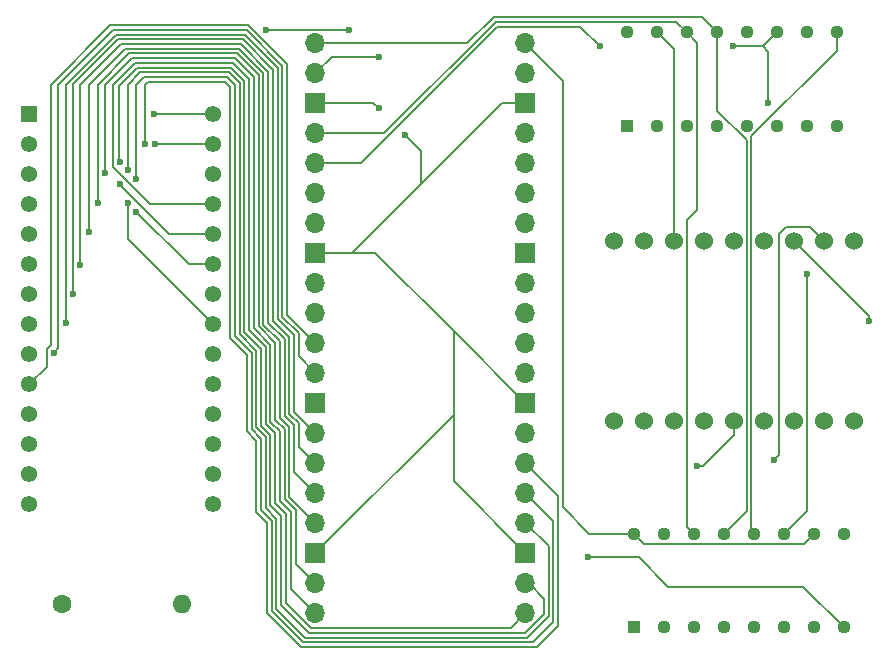
<source format=gbr>
%TF.GenerationSoftware,KiCad,Pcbnew,8.0.0*%
%TF.CreationDate,2025-01-03T13:29:39-06:00*%
%TF.ProjectId,TheGoldfish,54686547-6f6c-4646-9669-73682e6b6963,1*%
%TF.SameCoordinates,Original*%
%TF.FileFunction,Copper,L2,Bot*%
%TF.FilePolarity,Positive*%
%FSLAX46Y46*%
G04 Gerber Fmt 4.6, Leading zero omitted, Abs format (unit mm)*
G04 Created by KiCad (PCBNEW 8.0.0) date 2025-01-03 13:29:39*
%MOMM*%
%LPD*%
G01*
G04 APERTURE LIST*
%TA.AperFunction,ComponentPad*%
%ADD10C,1.600000*%
%TD*%
%TA.AperFunction,ComponentPad*%
%ADD11O,1.600000X1.600000*%
%TD*%
%TA.AperFunction,ComponentPad*%
%ADD12R,1.130000X1.130000*%
%TD*%
%TA.AperFunction,ComponentPad*%
%ADD13C,1.130000*%
%TD*%
%TA.AperFunction,ComponentPad*%
%ADD14R,1.378000X1.378000*%
%TD*%
%TA.AperFunction,ComponentPad*%
%ADD15C,1.378000*%
%TD*%
%TA.AperFunction,ComponentPad*%
%ADD16O,1.700000X1.700000*%
%TD*%
%TA.AperFunction,ComponentPad*%
%ADD17R,1.700000X1.700000*%
%TD*%
%TA.AperFunction,ComponentPad*%
%ADD18C,1.524000*%
%TD*%
%TA.AperFunction,ViaPad*%
%ADD19C,0.600000*%
%TD*%
%TA.AperFunction,Conductor*%
%ADD20C,0.200000*%
%TD*%
G04 APERTURE END LIST*
D10*
%TO.P,R1,1*%
%TO.N,Net-(Dual-7-Seg1-GND_{1})*%
X80670000Y-99250000D03*
D11*
%TO.P,R1,2*%
%TO.N,Net-(U2-GND)*%
X90830000Y-99250000D03*
%TD*%
D12*
%TO.P,U3,1,QB*%
%TO.N,Net-(Dual-7-Seg1-B_{1})*%
X128550000Y-58757500D03*
D13*
%TO.P,U3,2,QC*%
%TO.N,Net-(Dual-7-Seg1-C_{1})*%
X131090000Y-58757500D03*
%TO.P,U3,3,QD*%
%TO.N,Net-(Dual-7-Seg1-D_{1})*%
X133630000Y-58757500D03*
%TO.P,U3,4,QE*%
%TO.N,Net-(Dual-7-Seg1-E_{1})*%
X136170000Y-58757500D03*
%TO.P,U3,5,QF*%
%TO.N,Net-(Dual-7-Seg1-F_{1})*%
X138710000Y-58757500D03*
%TO.P,U3,6,QG*%
%TO.N,Net-(Dual-7-Seg1-G_{1})*%
X141250000Y-58757500D03*
%TO.P,U3,7,QH*%
%TO.N,Net-(Dual-7-Seg1-DP_{1})*%
X143790000Y-58757500D03*
%TO.P,U3,8,GND*%
%TO.N,Net-(U2-GND)*%
X146330000Y-58757500D03*
%TO.P,U3,9,QH'*%
%TO.N,Net-(U3-QH')*%
X146330000Y-50817500D03*
%TO.P,U3,10,~{SRCLR}*%
%TO.N,Net-(U1-VBUS)*%
X143790000Y-50817500D03*
%TO.P,U3,11,SRCLK*%
%TO.N,/DATA3*%
X141250000Y-50817500D03*
%TO.P,U3,12,RCLK*%
%TO.N,/DATA1*%
X138710000Y-50817500D03*
%TO.P,U3,13,~{OE}*%
%TO.N,/DATA0*%
X136170000Y-50817500D03*
%TO.P,U3,14,SER*%
%TO.N,/DATA2*%
X133630000Y-50817500D03*
%TO.P,U3,15,QA*%
%TO.N,Net-(Dual-7-Seg1-A_{1})*%
X131090000Y-50817500D03*
%TO.P,U3,16,VCC*%
%TO.N,Net-(U1-VBUS)*%
X128550000Y-50817500D03*
%TD*%
D14*
%TO.P,U2,1*%
%TO.N,N/C*%
X77942500Y-57740000D03*
D15*
%TO.P,U2,2,A12*%
%TO.N,/A12*%
X77942500Y-60280000D03*
%TO.P,U2,3,A7*%
%TO.N,/A7*%
X77942500Y-62820000D03*
%TO.P,U2,4,A6*%
%TO.N,/A6*%
X77942500Y-65360000D03*
%TO.P,U2,5,A5*%
%TO.N,/A5*%
X77942500Y-67900000D03*
%TO.P,U2,6,A4*%
%TO.N,/A4*%
X77942500Y-70440000D03*
%TO.P,U2,7,A3*%
%TO.N,/A3*%
X77942500Y-72980000D03*
%TO.P,U2,8,A2*%
%TO.N,/A2*%
X77942500Y-75520000D03*
%TO.P,U2,9,A1*%
%TO.N,/A1*%
X77942500Y-78060000D03*
%TO.P,U2,10,A0*%
%TO.N,/A0*%
X77942500Y-80600000D03*
%TO.P,U2,11,I/O0*%
%TO.N,/DATA0*%
X77942500Y-83140000D03*
%TO.P,U2,12,I/O1*%
%TO.N,/DATA1*%
X77942500Y-85680000D03*
%TO.P,U2,13,I/O2*%
%TO.N,/DATA2*%
X77942500Y-88220000D03*
%TO.P,U2,14,GND*%
%TO.N,Net-(U2-GND)*%
X77942500Y-90760000D03*
%TO.P,U2,15,I/O3*%
%TO.N,/DATA3*%
X93500000Y-90760000D03*
%TO.P,U2,16,I/O4*%
%TO.N,/DATA4*%
X93500000Y-88220000D03*
%TO.P,U2,17,I/O5*%
%TO.N,/DATA5*%
X93500000Y-85680000D03*
%TO.P,U2,18,I/O6*%
%TO.N,/DATA6*%
X93500000Y-83140000D03*
%TO.P,U2,19,I/O7*%
%TO.N,/DATA7*%
X93500000Y-80600000D03*
%TO.P,U2,20,~{CE}*%
%TO.N,Net-(U1-GPIO21)*%
X93500000Y-78060000D03*
%TO.P,U2,21,A10*%
%TO.N,/A10*%
X93500000Y-75520000D03*
%TO.P,U2,22,~{OE}*%
%TO.N,Net-(U1-GPIO22)*%
X93500000Y-72980000D03*
%TO.P,U2,23,A11*%
%TO.N,/A11*%
X93500000Y-70440000D03*
%TO.P,U2,24,A9*%
%TO.N,/A9*%
X93500000Y-67900000D03*
%TO.P,U2,25,A8*%
%TO.N,/A8*%
X93500000Y-65360000D03*
%TO.P,U2,26*%
%TO.N,N/C*%
X93500000Y-62820000D03*
%TO.P,U2,27,~{WE}*%
%TO.N,Net-(U1-GPIO26_ADC0)*%
X93500000Y-60280000D03*
%TO.P,U2,28,VCC*%
%TO.N,Net-(U1-VBUS)*%
X93500000Y-57740000D03*
%TD*%
D12*
%TO.P,U4,1,QB*%
%TO.N,Net-(Dual-7-Seg1-B_{2})*%
X129110000Y-101197500D03*
D13*
%TO.P,U4,2,QC*%
%TO.N,Net-(Dual-7-Seg1-C_{2})*%
X131650000Y-101197500D03*
%TO.P,U4,3,QD*%
%TO.N,Net-(Dual-7-Seg1-D_{2})*%
X134190000Y-101197500D03*
%TO.P,U4,4,QE*%
%TO.N,Net-(Dual-7-Seg1-E_{2})*%
X136730000Y-101197500D03*
%TO.P,U4,5,QF*%
%TO.N,Net-(Dual-7-Seg1-F_{2})*%
X139270000Y-101197500D03*
%TO.P,U4,6,QG*%
%TO.N,Net-(Dual-7-Seg1-G_{2})*%
X141810000Y-101197500D03*
%TO.P,U4,7,QH*%
%TO.N,Net-(Dual-7-Seg1-DP_{2})*%
X144350000Y-101197500D03*
%TO.P,U4,8,GND*%
%TO.N,Net-(U2-GND)*%
X146890000Y-101197500D03*
%TO.P,U4,9,QH'*%
%TO.N,unconnected-(U4-QH'-Pad9)*%
X146890000Y-93257500D03*
%TO.P,U4,10,~{SRCLR}*%
%TO.N,Net-(U1-VBUS)*%
X144350000Y-93257500D03*
%TO.P,U4,11,SRCLK*%
%TO.N,/DATA3*%
X141810000Y-93257500D03*
%TO.P,U4,12,RCLK*%
%TO.N,Net-(U3-QH')*%
X139270000Y-93257500D03*
%TO.P,U4,13,~{OE}*%
%TO.N,/DATA0*%
X136730000Y-93257500D03*
%TO.P,U4,14,SER*%
%TO.N,/DATA2*%
X134190000Y-93257500D03*
%TO.P,U4,15,QA*%
%TO.N,Net-(Dual-7-Seg1-A_{2})*%
X131650000Y-93257500D03*
%TO.P,U4,16,VCC*%
%TO.N,Net-(U1-VBUS)*%
X129110000Y-93257500D03*
%TD*%
D16*
%TO.P,U1,1,GPIO0*%
%TO.N,/DATA0*%
X102160000Y-51730000D03*
%TO.P,U1,2,GPIO1*%
%TO.N,/DATA1*%
X102160000Y-54270000D03*
D17*
%TO.P,U1,3,GND*%
%TO.N,Net-(U2-GND)*%
X102160000Y-56810000D03*
D16*
%TO.P,U1,4,GPIO2*%
%TO.N,/DATA2*%
X102160000Y-59350000D03*
%TO.P,U1,5,GPIO3*%
%TO.N,/DATA3*%
X102160000Y-61890000D03*
%TO.P,U1,6,GPIO4*%
%TO.N,/DATA4*%
X102160000Y-64430000D03*
%TO.P,U1,7,GPIO5*%
%TO.N,/DATA5*%
X102160000Y-66970000D03*
D17*
%TO.P,U1,8,GND*%
%TO.N,Net-(U2-GND)*%
X102160000Y-69510000D03*
D16*
%TO.P,U1,9,GPIO6*%
%TO.N,/DATA6*%
X102160000Y-72050000D03*
%TO.P,U1,10,GPIO7*%
%TO.N,/DATA7*%
X102160000Y-74590000D03*
%TO.P,U1,11,GPIO8*%
%TO.N,/A0*%
X102160000Y-77130000D03*
%TO.P,U1,12,GPIO9*%
%TO.N,/A1*%
X102160000Y-79670000D03*
D17*
%TO.P,U1,13,GND*%
%TO.N,unconnected-(U1-GND-Pad13)*%
X102160000Y-82210000D03*
D16*
%TO.P,U1,14,GPIO10*%
%TO.N,/A2*%
X102160000Y-84750000D03*
%TO.P,U1,15,GPIO11*%
%TO.N,/A3*%
X102160000Y-87290000D03*
%TO.P,U1,16,GPIO12*%
%TO.N,/A4*%
X102160000Y-89830000D03*
%TO.P,U1,17,GPIO13*%
%TO.N,/A5*%
X102160000Y-92370000D03*
D17*
%TO.P,U1,18,GND*%
%TO.N,Net-(U2-GND)*%
X102160000Y-94910000D03*
D16*
%TO.P,U1,19,GPIO14*%
%TO.N,/A6*%
X102160000Y-97450000D03*
%TO.P,U1,20,GPIO15*%
%TO.N,/A7*%
X102160000Y-99990000D03*
%TO.P,U1,21,GPIO16*%
%TO.N,/A8*%
X119940000Y-99990000D03*
%TO.P,U1,22,GPIO17*%
%TO.N,/A9*%
X119940000Y-97450000D03*
D17*
%TO.P,U1,23,GND*%
%TO.N,Net-(U2-GND)*%
X119940000Y-94910000D03*
D16*
%TO.P,U1,24,GPIO18*%
%TO.N,/A10*%
X119940000Y-92370000D03*
%TO.P,U1,25,GPIO19*%
%TO.N,/A11*%
X119940000Y-89830000D03*
%TO.P,U1,26,GPIO20*%
%TO.N,/A12*%
X119940000Y-87290000D03*
%TO.P,U1,27,GPIO21*%
%TO.N,Net-(U1-GPIO21)*%
X119940000Y-84750000D03*
D17*
%TO.P,U1,28,GND*%
%TO.N,Net-(U2-GND)*%
X119940000Y-82210000D03*
D16*
%TO.P,U1,29,GPIO22*%
%TO.N,Net-(U1-GPIO22)*%
X119940000Y-79670000D03*
%TO.P,U1,30,RUN*%
%TO.N,unconnected-(U1-RUN-Pad30)*%
X119940000Y-77130000D03*
%TO.P,U1,31,GPIO26_ADC0*%
%TO.N,Net-(U1-GPIO26_ADC0)*%
X119940000Y-74590000D03*
%TO.P,U1,32,GPIO27_ADC1*%
%TO.N,unconnected-(U1-GPIO27_ADC1-Pad32)*%
X119940000Y-72050000D03*
D17*
%TO.P,U1,33,AGND*%
%TO.N,unconnected-(U1-AGND-Pad33)*%
X119940000Y-69510000D03*
D16*
%TO.P,U1,34,GPIO28_ADC2*%
%TO.N,unconnected-(U1-GPIO28_ADC2-Pad34)*%
X119940000Y-66970000D03*
%TO.P,U1,35,ADC_VREF*%
%TO.N,unconnected-(U1-ADC_VREF-Pad35)*%
X119940000Y-64430000D03*
%TO.P,U1,36,3V3*%
%TO.N,unconnected-(U1-3V3-Pad36)*%
X119940000Y-61890000D03*
%TO.P,U1,37,3V3_EN*%
%TO.N,unconnected-(U1-3V3_EN-Pad37)*%
X119940000Y-59350000D03*
D17*
%TO.P,U1,38,GND*%
%TO.N,Net-(U2-GND)*%
X119940000Y-56810000D03*
D16*
%TO.P,U1,39,VSYS*%
%TO.N,unconnected-(U1-VSYS-Pad39)*%
X119940000Y-54270000D03*
%TO.P,U1,40,VBUS*%
%TO.N,Net-(U1-VBUS)*%
X119940000Y-51730000D03*
%TD*%
D18*
%TO.P,Dual-7-Seg1,1,E_{1}*%
%TO.N,Net-(Dual-7-Seg1-E_{1})*%
X127440000Y-83720000D03*
%TO.P,Dual-7-Seg1,2,D_{1}*%
%TO.N,Net-(Dual-7-Seg1-D_{1})*%
X129980000Y-83720000D03*
%TO.P,Dual-7-Seg1,3,C_{1}*%
%TO.N,Net-(Dual-7-Seg1-C_{1})*%
X132520000Y-83720000D03*
%TO.P,Dual-7-Seg1,4,DP_{1}*%
%TO.N,Net-(Dual-7-Seg1-DP_{1})*%
X135060000Y-83720000D03*
%TO.P,Dual-7-Seg1,5,E_{2}*%
%TO.N,Net-(Dual-7-Seg1-E_{2})*%
X137600000Y-83720000D03*
%TO.P,Dual-7-Seg1,6,D_{2}*%
%TO.N,Net-(Dual-7-Seg1-D_{2})*%
X140140000Y-83720000D03*
%TO.P,Dual-7-Seg1,7,G_{2}*%
%TO.N,Net-(Dual-7-Seg1-G_{2})*%
X142680000Y-83720000D03*
%TO.P,Dual-7-Seg1,8,C_{2}*%
%TO.N,Net-(Dual-7-Seg1-C_{2})*%
X145220000Y-83720000D03*
%TO.P,Dual-7-Seg1,9,DP_{2}*%
%TO.N,Net-(Dual-7-Seg1-DP_{2})*%
X147760000Y-83720000D03*
%TO.P,Dual-7-Seg1,10,B_{2}*%
%TO.N,Net-(Dual-7-Seg1-B_{2})*%
X147760000Y-68480000D03*
%TO.P,Dual-7-Seg1,11,A_{2}*%
%TO.N,Net-(Dual-7-Seg1-A_{2})*%
X145220000Y-68480000D03*
%TO.P,Dual-7-Seg1,12,F_{2}*%
%TO.N,Net-(Dual-7-Seg1-F_{2})*%
X142680000Y-68480000D03*
%TO.P,Dual-7-Seg1,13,GND_{2}*%
%TO.N,Net-(Dual-7-Seg1-GND_{1})*%
X140140000Y-68480000D03*
%TO.P,Dual-7-Seg1,14,GND_{1}*%
X137600000Y-68480000D03*
%TO.P,Dual-7-Seg1,15,B_{1}*%
%TO.N,Net-(Dual-7-Seg1-B_{1})*%
X135060000Y-68480000D03*
%TO.P,Dual-7-Seg1,16,A_{1}*%
%TO.N,Net-(Dual-7-Seg1-A_{1})*%
X132520000Y-68480000D03*
%TO.P,Dual-7-Seg1,17,G_{1}*%
%TO.N,Net-(Dual-7-Seg1-G_{1})*%
X129980000Y-68480000D03*
%TO.P,Dual-7-Seg1,18,F_{1}*%
%TO.N,Net-(Dual-7-Seg1-F_{1})*%
X127440000Y-68480000D03*
%TD*%
D19*
%TO.N,Net-(U1-VBUS)*%
X98000000Y-50580000D03*
X105019942Y-50569404D03*
X88500000Y-57750000D03*
%TO.N,Net-(U2-GND)*%
X125250000Y-95250000D03*
X107500000Y-57250000D03*
X109750000Y-59500000D03*
%TO.N,Net-(Dual-7-Seg1-A_{2})*%
X141000000Y-87000000D03*
%TO.N,Net-(Dual-7-Seg1-E_{2})*%
X134500000Y-87500000D03*
%TO.N,Net-(Dual-7-Seg1-F_{2})*%
X149000000Y-75250000D03*
%TO.N,/DATA1*%
X107510172Y-52894395D03*
%TO.N,/DATA3*%
X143750000Y-71250000D03*
X137500000Y-52000000D03*
X126250000Y-52000000D03*
X140500000Y-56750000D03*
%TO.N,/A1*%
X80000000Y-77957500D03*
%TO.N,/A5*%
X83000000Y-67750000D03*
%TO.N,/A12*%
X87750000Y-60250000D03*
%TO.N,/A7*%
X84350000Y-62750000D03*
%TO.N,/A3*%
X81600000Y-72957500D03*
%TO.N,/A11*%
X87000000Y-66000000D03*
X87000000Y-63250000D03*
%TO.N,/A9*%
X85600000Y-61775001D03*
X85575735Y-63674265D03*
%TO.N,/A10*%
X86250000Y-65250000D03*
X86250000Y-62500000D03*
%TO.N,/A2*%
X81000000Y-75457500D03*
%TO.N,/A4*%
X82250000Y-70500000D03*
%TO.N,/A6*%
X83750000Y-65250000D03*
%TO.N,Net-(U1-GPIO26_ADC0)*%
X88550003Y-60250000D03*
%TD*%
D20*
%TO.N,Net-(U1-VBUS)*%
X129110000Y-93257500D02*
X129975000Y-94122500D01*
X129975000Y-94122500D02*
X143485000Y-94122500D01*
X125357500Y-93257500D02*
X123100000Y-91000000D01*
X105009346Y-50580000D02*
X105019942Y-50569404D01*
X98000000Y-50580000D02*
X105009346Y-50580000D01*
X93500000Y-57740000D02*
X88510000Y-57740000D01*
X88510000Y-57740000D02*
X88500000Y-57750000D01*
X123100000Y-91000000D02*
X123100000Y-54890000D01*
X123100000Y-54890000D02*
X119940000Y-51730000D01*
X143485000Y-94122500D02*
X144350000Y-93257500D01*
X129110000Y-93257500D02*
X125357500Y-93257500D01*
%TO.N,Net-(U2-GND)*%
X109750000Y-59500000D02*
X111125000Y-60875000D01*
X105240000Y-69510000D02*
X111125000Y-63625000D01*
X102160000Y-56810000D02*
X107060000Y-56810000D01*
X111125000Y-63625000D02*
X117940000Y-56810000D01*
X143442500Y-97750000D02*
X141750000Y-97750000D01*
X146890000Y-101197500D02*
X143442500Y-97750000D01*
X129526346Y-95250000D02*
X125250000Y-95250000D01*
X113865000Y-83205000D02*
X113865000Y-88835000D01*
X141750000Y-97750000D02*
X132026346Y-97750000D01*
X117940000Y-56810000D02*
X119940000Y-56810000D01*
X113865000Y-88835000D02*
X119940000Y-94910000D01*
X105240000Y-69510000D02*
X107240000Y-69510000D01*
X107060000Y-56810000D02*
X107500000Y-57250000D01*
X132026346Y-97750000D02*
X129526346Y-95250000D01*
X107240000Y-69510000D02*
X113865000Y-76135000D01*
X113865000Y-83205000D02*
X113865000Y-76135000D01*
X113865000Y-76135000D02*
X119940000Y-82210000D01*
X102160000Y-94910000D02*
X113865000Y-83205000D01*
X111125000Y-60875000D02*
X111125000Y-63625000D01*
X102160000Y-69510000D02*
X105240000Y-69510000D01*
%TO.N,Net-(Dual-7-Seg1-A_{2})*%
X142000000Y-67250000D02*
X143990000Y-67250000D01*
X141000000Y-87000000D02*
X141407159Y-86592841D01*
X141407159Y-67842841D02*
X142000000Y-67250000D01*
X143990000Y-67250000D02*
X145220000Y-68480000D01*
X141407159Y-86592841D02*
X141407159Y-67842841D01*
%TO.N,Net-(Dual-7-Seg1-E_{2})*%
X134500000Y-87500000D02*
X135000000Y-87500000D01*
X137600000Y-84900000D02*
X137600000Y-83720000D01*
X135000000Y-87500000D02*
X137600000Y-84900000D01*
%TO.N,Net-(Dual-7-Seg1-A_{1})*%
X131090000Y-50817500D02*
X132520000Y-52247500D01*
X132520000Y-52247500D02*
X132520000Y-68480000D01*
%TO.N,Net-(Dual-7-Seg1-F_{2})*%
X149000000Y-75250000D02*
X149000000Y-74800000D01*
X149000000Y-74800000D02*
X142680000Y-68480000D01*
%TO.N,/DATA0*%
X115020000Y-51730000D02*
X117250000Y-49500000D01*
X136730000Y-93257500D02*
X138662000Y-91325500D01*
X138662000Y-59932795D02*
X136170000Y-57440795D01*
X117250000Y-49500000D02*
X134852500Y-49500000D01*
X136170000Y-57440795D02*
X136170000Y-50817500D01*
X102160000Y-51730000D02*
X115020000Y-51730000D01*
X138662000Y-91325500D02*
X138662000Y-59932795D01*
X134852500Y-49500000D02*
X136170000Y-50817500D01*
%TO.N,/DATA2*%
X133625000Y-92692500D02*
X133625000Y-66713000D01*
X134190000Y-93257500D02*
X133625000Y-92692500D01*
X133625000Y-66713000D02*
X134500000Y-65838000D01*
X134500000Y-65838000D02*
X134500000Y-51687500D01*
X134500000Y-51687500D02*
X133630000Y-50817500D01*
X117415686Y-49900000D02*
X107965686Y-59350000D01*
X107965686Y-59350000D02*
X102160000Y-59350000D01*
X133630000Y-50817500D02*
X132712500Y-49900000D01*
X132712500Y-49900000D02*
X117415686Y-49900000D01*
%TO.N,/DATA1*%
X107495777Y-52880000D02*
X107510172Y-52894395D01*
X103550000Y-52880000D02*
X107495777Y-52880000D01*
X102160000Y-54270000D02*
X103550000Y-52880000D01*
%TO.N,/DATA3*%
X137500000Y-52000000D02*
X140067500Y-52000000D01*
X102160000Y-61890000D02*
X105991372Y-61890000D01*
X140500000Y-56750000D02*
X140500000Y-52432500D01*
X141810000Y-93257500D02*
X143742000Y-91325500D01*
X124565686Y-50315686D02*
X126250000Y-52000000D01*
X140067500Y-52000000D02*
X141250000Y-50817500D01*
X105991372Y-61890000D02*
X117565686Y-50315686D01*
X143750000Y-71250000D02*
X143742000Y-71258000D01*
X117565686Y-50315686D02*
X124565686Y-50315686D01*
X140500000Y-52432500D02*
X140067500Y-52000000D01*
X143742000Y-91325500D02*
X143750000Y-71250000D01*
%TO.N,/A1*%
X80400000Y-55250000D02*
X80400000Y-77557500D01*
X96322535Y-50600000D02*
X85050000Y-50600000D01*
X85050000Y-50600000D02*
X80400000Y-55250000D01*
X100750000Y-76285686D02*
X99350000Y-74885686D01*
X102160000Y-79660000D02*
X100750000Y-78250000D01*
X100750000Y-78250000D02*
X100750000Y-76285686D01*
X99350000Y-74885686D02*
X99350000Y-53627463D01*
X102160000Y-79670000D02*
X102160000Y-79660000D01*
X80400000Y-77557500D02*
X80000000Y-77957500D01*
X99350000Y-53627463D02*
X96322535Y-50600000D01*
%TO.N,/A5*%
X97750000Y-75548426D02*
X99150000Y-76948427D01*
X99950000Y-90160000D02*
X102160000Y-92370000D01*
X95659795Y-52200000D02*
X97749996Y-54290198D01*
X97749996Y-54290198D02*
X97750000Y-56500000D01*
X99150000Y-83437055D02*
X99950000Y-84237057D01*
X83000000Y-55250000D02*
X86050000Y-52200000D01*
X99150000Y-76948427D02*
X99150000Y-83437055D01*
X83000000Y-67750000D02*
X83000000Y-55250000D01*
X99950000Y-84237057D02*
X99950000Y-90160000D01*
X86050000Y-52200000D02*
X95659795Y-52200000D01*
X97750000Y-56500000D02*
X97750000Y-75548426D01*
%TO.N,/A12*%
X98050000Y-99931370D02*
X98050000Y-92331372D01*
X94950000Y-55450000D02*
X94500000Y-55000000D01*
X122700000Y-101050000D02*
X120900000Y-102850000D01*
X97150000Y-91431370D02*
X97150000Y-85396852D01*
X96350000Y-78108224D02*
X94950000Y-76708221D01*
X94500000Y-55000000D02*
X88000000Y-55000000D01*
X87750000Y-55250000D02*
X87750000Y-60250000D01*
X98050000Y-92331372D02*
X97150000Y-91431370D01*
X122700000Y-90050000D02*
X122700000Y-101050000D01*
X120900000Y-102850000D02*
X100968628Y-102850000D01*
X97150000Y-85396852D02*
X96350000Y-84596850D01*
X119940000Y-87290000D02*
X122700000Y-90050000D01*
X94950000Y-76708221D02*
X94950000Y-55450000D01*
X88000000Y-55000000D02*
X87750000Y-55250000D01*
X96350000Y-84596850D02*
X96350000Y-78108224D01*
X100968628Y-102850000D02*
X98050000Y-99931370D01*
%TO.N,/A7*%
X98350000Y-83768425D02*
X99150000Y-84568426D01*
X95328425Y-53000000D02*
X96949998Y-54621570D01*
X99150000Y-90491370D02*
X100100000Y-91441372D01*
X84350000Y-55250000D02*
X86600000Y-53000000D01*
X98350000Y-77279799D02*
X98350000Y-83768425D01*
X99150000Y-84568426D02*
X99150000Y-90491370D01*
X84350000Y-62750000D02*
X84350000Y-55250000D01*
X96950000Y-75879796D02*
X98350000Y-77279799D01*
X100100000Y-97930000D02*
X102160000Y-99990000D01*
X96949998Y-54621570D02*
X96950000Y-75879796D01*
X86600000Y-53000000D02*
X95328425Y-53000000D01*
X100100000Y-91441372D02*
X100100000Y-97930000D01*
%TO.N,/A3*%
X99950000Y-76617056D02*
X99950000Y-83105685D01*
X98550000Y-53958835D02*
X98550000Y-75217056D01*
X81600000Y-72957500D02*
X81600000Y-55215686D01*
X95991165Y-51400000D02*
X98550000Y-53958835D01*
X99950000Y-83105685D02*
X100750000Y-83905685D01*
X85415686Y-51400000D02*
X95991165Y-51400000D01*
X100750000Y-83905685D02*
X100750000Y-85880000D01*
X98550000Y-75217056D02*
X99950000Y-76617056D01*
X100750000Y-85880000D02*
X102160000Y-87290000D01*
X81600000Y-55215686D02*
X85415686Y-51400000D01*
%TO.N,/A11*%
X119940000Y-89830000D02*
X122300000Y-92190000D01*
X91440000Y-70440000D02*
X93500000Y-70440000D01*
X98450000Y-99765685D02*
X98450000Y-92165686D01*
X97550000Y-91265685D02*
X97550000Y-85231167D01*
X87000000Y-55250000D02*
X87000000Y-63250000D01*
X122300000Y-92190000D02*
X122300000Y-100700000D01*
X96750000Y-77942539D02*
X95350000Y-76542536D01*
X122300000Y-100700000D02*
X120550000Y-102450000D01*
X95350000Y-76542536D02*
X95350000Y-55284314D01*
X87650000Y-54600000D02*
X87000000Y-55250000D01*
X120550000Y-102450000D02*
X101134314Y-102450000D01*
X94665685Y-54600000D02*
X87650000Y-54600000D01*
X101134314Y-102450000D02*
X98450000Y-99765685D01*
X96750000Y-84431165D02*
X96750000Y-77942539D01*
X87000000Y-66000000D02*
X91440000Y-70440000D01*
X97550000Y-85231167D02*
X96750000Y-84431165D01*
X98450000Y-92165686D02*
X97550000Y-91265685D01*
X95350000Y-55284314D02*
X94665685Y-54600000D01*
%TO.N,/A9*%
X85575735Y-63674265D02*
X85575735Y-63727206D01*
X121500000Y-98750000D02*
X121500000Y-100056346D01*
X89748529Y-67900000D02*
X93500000Y-67900000D01*
X121500000Y-100056346D02*
X119906346Y-101650000D01*
X85575735Y-63727206D02*
X89748529Y-67900000D01*
X120200000Y-97450000D02*
X121500000Y-98750000D01*
X96149999Y-54952942D02*
X94997055Y-53800000D01*
X101627968Y-101650000D02*
X99250000Y-99272032D01*
X85500000Y-55315686D02*
X85500000Y-61675001D01*
X96150000Y-76211166D02*
X96149999Y-54952942D01*
X98350000Y-90850000D02*
X98350000Y-84899797D01*
X98350000Y-84899797D02*
X97550000Y-84099795D01*
X85500000Y-61675001D02*
X85600000Y-61775001D01*
X99250000Y-91750000D02*
X98350000Y-90850000D01*
X99250000Y-99272032D02*
X99250000Y-91750000D01*
X87015686Y-53800000D02*
X85500000Y-55315686D01*
X97550000Y-84099795D02*
X97550000Y-77611167D01*
X119906346Y-101650000D02*
X101627968Y-101650000D01*
X119940000Y-97450000D02*
X120200000Y-97450000D01*
X97550000Y-77611167D02*
X96150000Y-76211166D01*
X94997055Y-53800000D02*
X87015686Y-53800000D01*
%TO.N,/A10*%
X97150000Y-77776853D02*
X97150000Y-84265480D01*
X98850000Y-99600000D02*
X101300000Y-102050000D01*
X95750000Y-55118628D02*
X95750000Y-76376851D01*
X86250000Y-62500000D02*
X86250000Y-55250000D01*
X121900000Y-100222032D02*
X121900000Y-94330000D01*
X86250000Y-55250000D02*
X87300000Y-54200000D01*
X97950000Y-85065482D02*
X97950000Y-91100000D01*
X98850000Y-92000000D02*
X98850000Y-99600000D01*
X94831370Y-54200000D02*
X95750000Y-55118628D01*
X121900000Y-94330000D02*
X119940000Y-92370000D01*
X101300000Y-102050000D02*
X120072031Y-102050000D01*
X97950000Y-91100000D02*
X98850000Y-92000000D01*
X86250000Y-65250000D02*
X86250000Y-68270000D01*
X87300000Y-54200000D02*
X94831370Y-54200000D01*
X97150000Y-84265480D02*
X97950000Y-85065482D01*
X120072031Y-102050000D02*
X121900000Y-100222032D01*
X86250000Y-68270000D02*
X93500000Y-75520000D01*
X95750000Y-76376851D02*
X97150000Y-77776853D01*
%TO.N,/A8*%
X96550000Y-76045481D02*
X97950000Y-77445481D01*
X99700000Y-91607057D02*
X99700000Y-99156346D01*
X85000000Y-62250000D02*
X85000000Y-55250000D01*
X93500000Y-65360000D02*
X88110000Y-65360000D01*
X99700000Y-99156346D02*
X101793654Y-101250000D01*
X96549998Y-54787256D02*
X96550000Y-76045481D01*
X85000000Y-55250000D02*
X86850000Y-53400000D01*
X97950000Y-77445481D02*
X97950000Y-83934110D01*
X95162742Y-53400000D02*
X96549998Y-54787256D01*
X88110000Y-65360000D02*
X85000000Y-62250000D01*
X86850000Y-53400000D02*
X95162742Y-53400000D01*
X101793654Y-101250000D02*
X118680000Y-101250000D01*
X118680000Y-101250000D02*
X119940000Y-99990000D01*
X98750000Y-90657055D02*
X99700000Y-91607057D01*
X98750000Y-84734112D02*
X98750000Y-90657055D01*
X97950000Y-83934110D02*
X98750000Y-84734112D01*
%TO.N,/A0*%
X79400000Y-77600000D02*
X79400000Y-79142500D01*
X79400000Y-79142500D02*
X77942500Y-80600000D01*
X84800000Y-50200000D02*
X79750000Y-55250000D01*
X79750000Y-55250000D02*
X79750000Y-77250000D01*
X102160000Y-77130000D02*
X99750000Y-74720000D01*
X99750000Y-74720000D02*
X99750000Y-53461777D01*
X79750000Y-77250000D02*
X79400000Y-77600000D01*
X96488223Y-50200000D02*
X84800000Y-50200000D01*
X99750000Y-53461777D02*
X96488223Y-50200000D01*
%TO.N,/A2*%
X100350000Y-76451371D02*
X100350000Y-82940000D01*
X96156851Y-51000000D02*
X85250000Y-51000000D01*
X81000000Y-75457500D02*
X81000000Y-55250000D01*
X98950000Y-75051371D02*
X100350000Y-76451371D01*
X98950000Y-53793149D02*
X98950000Y-75051371D01*
X85250000Y-51000000D02*
X81000000Y-55250000D01*
X96156851Y-51000000D02*
X98950000Y-53793149D01*
X100350000Y-82940000D02*
X102160000Y-84750000D01*
%TO.N,/A4*%
X98149996Y-54124512D02*
X98150000Y-56500000D01*
X100350000Y-88020000D02*
X102160000Y-89830000D01*
X100350000Y-84071371D02*
X100350000Y-88020000D01*
X85700000Y-51800000D02*
X82250000Y-55250000D01*
X95825480Y-51800000D02*
X85700000Y-51800000D01*
X95825480Y-51800000D02*
X98149996Y-54124512D01*
X99550000Y-76782741D02*
X99550000Y-83271370D01*
X82250000Y-70500000D02*
X82250000Y-55250000D01*
X98150000Y-75382741D02*
X99550000Y-76782741D01*
X99550000Y-83271370D02*
X100350000Y-84071371D01*
X98150000Y-56500000D02*
X98150000Y-75382741D01*
%TO.N,/A6*%
X99550000Y-90325685D02*
X100500000Y-91275686D01*
X86399999Y-52600001D02*
X95494110Y-52600000D01*
X97350000Y-56500000D02*
X97350000Y-75714111D01*
X97349997Y-54455884D02*
X97350000Y-56500000D01*
X95494110Y-52600000D02*
X97349997Y-54455884D01*
X83750000Y-55250000D02*
X86399999Y-52600001D01*
X98750000Y-77114113D02*
X98750000Y-83602740D01*
X100500000Y-95790000D02*
X102160000Y-97450000D01*
X98750000Y-83602740D02*
X99550000Y-84402740D01*
X97350000Y-75714111D02*
X98750000Y-77114113D01*
X83750000Y-65250000D02*
X83750000Y-55250000D01*
X99550000Y-84402740D02*
X99550000Y-90325685D01*
X100500000Y-91275686D02*
X100500000Y-95790000D01*
%TO.N,Net-(U1-GPIO26_ADC0)*%
X88580003Y-60280000D02*
X88550003Y-60250000D01*
X93500000Y-60280000D02*
X88580003Y-60280000D01*
%TO.N,Net-(U3-QH')*%
X139078000Y-59612795D02*
X146330000Y-52360795D01*
X139078000Y-93065500D02*
X139078000Y-59612795D01*
X146330000Y-52360795D02*
X146330000Y-50817500D01*
X139270000Y-93257500D02*
X139078000Y-93065500D01*
%TD*%
M02*

</source>
